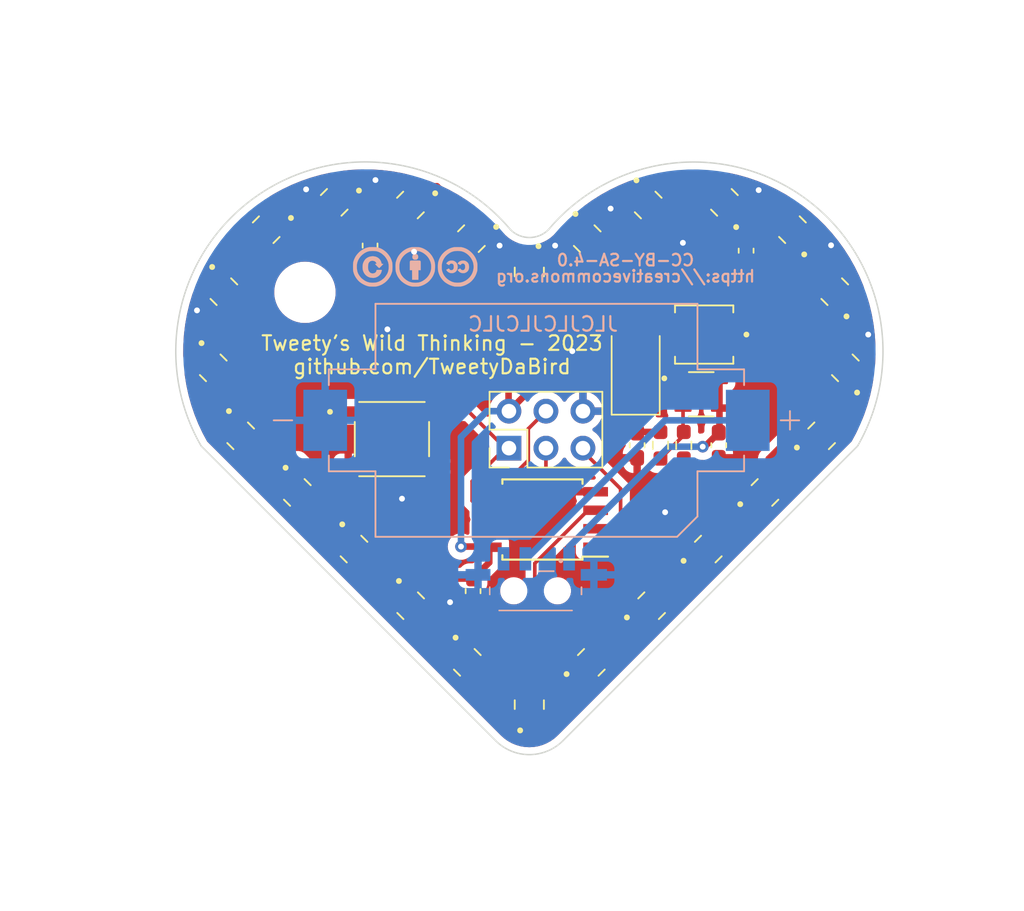
<source format=kicad_pcb>
(kicad_pcb (version 20211014) (generator pcbnew)
  (title_block (title "Blinky Heart") (date "2023-02-05") (rev "v1.0.0") (company "Tweety's Wild Thinking") (comment 1 "Markus Knutsson <markus.knutsson@tweety.se>") (comment 2 "Licensed under Creative Commons BY-SA 4.0 International "))
  (layers (0 "F.Cu" signal) (31 "B.Cu" signal) (34 "B.Paste" user) (35 "F.Paste" user) (36 "B.SilkS" user "B.Silkscreen") (37 "F.SilkS" user "F.Silkscreen") (38 "B.Mask" user) (39 "F.Mask" user) (44 "Edge.Cuts" user))
  (net 0 "")
  (net 2 "MISO")
  (net 3 "VCC")
  (net 4 "SCK")
  (net 5 "MOSI")
  (net 6 "RESET")
  (net 7 "GND")
  (net 8 "Net-(LED1-Pad1)")
  (net 9 "RGB")
  (net 10 "Net-(LED2-Pad1)")
  (net 11 "Net-(LED3-Pad1)")
  (net 12 "Net-(LED4-Pad1)")
  (net 13 "Net-(LED5-Pad1)")
  (net 14 "Net-(LED6-Pad1)")
  (net 15 "Net-(LED7-Pad1)")
  (net 16 "Net-(LED8-Pad1)")
  (net 17 "Net-(LED10-Pad3)")
  (net 18 "Net-(LED10-Pad1)")
  (net 19 "Net-(LED11-Pad1)")
  (net 20 "Net-(LED12-Pad1)")
  (net 21 "Net-(LED13-Pad1)")
  (net 22 "Net-(LED14-Pad1)")
  (net 23 "Net-(LED15-Pad1)")
  (net 24 "Net-(LED16-Pad1)")
  (net 25 "Net-(LED17-Pad1)")
  (net 26 "Net-(LED18-Pad1)")
  (net 27 "Net-(LED19-Pad1)")
  (net 28 "Net-(LED20-Pad1)")
  (net 29 "Net-(LED21-Pad1)")
  (net 30 "Net-(LED22-Pad1)")
  (net 31 "Net-(LED23-Pad1)")
  (net 33 "Net-(R1-Pad2)")
  (net 35 "/Bat+")
  (net 36 "/PWR")
  (net 37 "/PWR2")
  (footprint "WS2812-2020:LED_WS2812-2020" (layer "F.Cu") (at 134.659442 69.604344 -45)
    (fp_text reference "LED15" hide)
    (fp_text value "XL-2020RGBC-WS2812B")
    (pad "1" smd rect (at -0.915 -0.55 315) (size 0.7 0.7) (layers "F.Cu" "F.Paste" "F.Mask") (net 23 "Net-(LED15-Pad1)"))
    (pad "2" smd rect (at -0.915 0.55 315) (size 0.7 0.7) (layers "F.Cu" "F.Paste" "F.Mask") (net 7 "GND"))
    (pad "3" smd rect (at 0.915 0.55 135) (size 0.7 0.7) (layers "F.Cu" "F.Paste" "F.Mask") (net 22 "Net-(LED14-Pad1)"))
    (pad "4" smd rect (at 0.915 -0.55 135) (size 0.7 0.7) (layers "F.Cu" "F.Paste" "F.Mask") (net 3 "VCC"))
  )
  (footprint "Capacitor_SMD:C_0603_1608Metric_Pad1.08x0.95mm_HandSolder" (layer "F.Cu") (at 133.9 86.1 -90)
    (fp_text reference "C5" hide)
    (fp_text value "1uF")
    (pad "1" smd roundrect (at -0.8625 0 270) (size 1.075 0.95) (layers "F.Cu" "F.Paste" "F.Mask") (net 3 "VCC"))
    (pad "2" smd roundrect (at 0.8625 0 270) (size 1.075 0.95) (layers "F.Cu" "F.Paste" "F.Mask") (net 7 "GND"))
  )
  (footprint "WS2812-2020:LED_WS2812-2020" (layer "F.Cu") (at 122.244664 101.008852 -45)
    (fp_text reference "LED2" hide)
    (fp_text value "XL-2020RGBC-WS2812B")
    (pad "1" smd rect (at -0.915 -0.55 315) (size 0.7 0.7) (layers "F.Cu" "F.Paste" "F.Mask") (net 10 "Net-(LED2-Pad1)"))
    (pad "2" smd rect (at -0.915 0.55 315) (size 0.7 0.7) (layers "F.Cu" "F.Paste" "F.Mask") (net 7 "GND"))
    (pad "3" smd rect (at 0.915 0.55 135) (size 0.7 0.7) (layers "F.Cu" "F.Paste" "F.Mask") (net 8 "Net-(LED1-Pad1)"))
    (pad "4" smd rect (at 0.915 -0.55 135) (size 0.7 0.7) (layers "F.Cu" "F.Paste" "F.Mask") (net 3 "VCC"))
  )
  (footprint "WS2812-2020:LED_WS2812-2020" (layer "F.Cu") (at 144.560054 71.298928 135)
    (fp_text reference "LED17" hide)
    (fp_text value "XL-2020RGBC-WS2812B")
    (pad "1" smd rect (at -0.915 -0.55 135) (size 0.7 0.7) (layers "F.Cu" "F.Paste" "F.Mask") (net 25 "Net-(LED17-Pad1)"))
    (pad "2" smd rect (at -0.915 0.55 135) (size 0.7 0.7) (layers "F.Cu" "F.Paste" "F.Mask") (net 7 "GND"))
    (pad "3" smd rect (at 0.915 0.55 315) (size 0.7 0.7) (layers "F.Cu" "F.Paste" "F.Mask") (net 24 "Net-(LED16-Pad1)"))
    (pad "4" smd rect (at 0.915 -0.55 315) (size 0.7 0.7) (layers "F.Cu" "F.Paste" "F.Mask") (net 3 "VCC"))
  )
  (footprint "WS2812-2020:LED_WS2812-2020" (layer "F.Cu") (at 134.894423 97.119765 45)
    (fp_text reference "LED23" hide)
    (fp_text value "XL-2020RGBC-WS2812B")
    (pad "1" smd rect (at -0.915 -0.55 45) (size 0.7 0.7) (layers "F.Cu" "F.Paste" "F.Mask") (net 31 "Net-(LED23-Pad1)"))
    (pad "2" smd rect (at -0.915 0.55 45) (size 0.7 0.7) (layers "F.Cu" "F.Paste" "F.Mask") (net 7 "GND"))
    (pad "3" smd rect (at 0.915 0.55 225) (size 0.7 0.7) (layers "F.Cu" "F.Paste" "F.Mask") (net 30 "Net-(LED22-Pad1)"))
    (pad "4" smd rect (at 0.915 -0.55 225) (size 0.7 0.7) (layers "F.Cu" "F.Paste" "F.Mask") (net 3 "VCC"))
  )
  (footprint "Capacitor_SMD:C_0603_1608Metric_Pad1.08x0.95mm_HandSolder" (layer "F.Cu") (at 122.64 96.12 -90)
    (fp_text reference "C1" hide)
    (fp_text value "100nF")
    (pad "1" smd roundrect (at -0.8625 0 270) (size 1.075 0.95) (layers "F.Cu" "F.Paste" "F.Mask") (net 3 "VCC"))
    (pad "2" smd roundrect (at 0.8625 0 270) (size 1.075 0.95) (layers "F.Cu" "F.Paste" "F.Mask") (net 7 "GND"))
  )
  (footprint "Diode_SMD:D_SMA" (layer "F.Cu") (at 133.8 80.6 90)
    (fp_text reference "D1" hide)
    (fp_text value "1N5819")
    (pad "1" smd rect (at -2 0 90) (size 2.5 1.8) (layers "F.Cu" "F.Paste" "F.Mask") (net 3 "VCC"))
    (pad "2" smd rect (at 2 0 90) (size 2.5 1.8) (layers "F.Cu" "F.Paste" "F.Mask") (net 37 "/PWR2"))
  )
  (footprint "AP3012KTR-G1:SOT95P280X145-5N" (layer "F.Cu") (at 138.3 82.6)
    (fp_text reference "U3" hide)
    (fp_text value "AP3012KTR-G1")
    (pad "1" smd roundrect locked (at -1.25 -0.95 270) (size 0.51 1.17) (layers "F.Cu" "F.Paste" "F.Mask") (roundrect_rratio 0.15) (net 37 "/PWR2"))
    (pad "2" smd roundrect locked (at -1.25 0 270) (size 0.51 1.17) (layers "F.Cu" "F.Paste" "F.Mask") (roundrect_rratio 0.15) (net 7 "GND"))
    (pad "3" smd roundrect locked (at -1.25 0.95 270) (size 0.51 1.17) (layers "F.Cu" "F.Paste" "F.Mask") (roundrect_rratio 0.15) (net 33 "Net-(R1-Pad2)"))
    (pad "4" smd roundrect locked (at 1.25 0.95 270) (size 0.51 1.17) (layers "F.Cu" "F.Paste" "F.Mask") (roundrect_rratio 0.15) (net 36 "/PWR"))
    (pad "5" smd roundrect locked (at 1.25 -0.95 270) (size 0.51 1.17) (layers "F.Cu" "F.Paste" "F.Mask") (roundrect_rratio 0.15) (net 36 "/PWR"))
  )
  (footprint "WS2812-2020:LED_WS2812-2020" (layer "F.Cu") (at 130.754664 101.008852 45)
    (fp_text reference "LED24" hide)
    (fp_text value "XL-2020RGBC-WS2812B")
    (pad "1" smd rect (at -0.915 -0.55 45) (size 0.7 0.7) (layers "F.Cu" "F.Paste" "F.Mask"))
    (pad "2" smd rect (at -0.915 0.55 45) (size 0.7 0.7) (layers "F.Cu" "F.Paste" "F.Mask") (net 7 "GND"))
    (pad "3" smd rect (at 0.915 0.55 225) (size 0.7 0.7) (layers "F.Cu" "F.Paste" "F.Mask") (net 31 "Net-(LED23-Pad1)"))
    (pad "4" smd rect (at 0.915 -0.55 225) (size 0.7 0.7) (layers "F.Cu" "F.Paste" "F.Mask") (net 3 "VCC"))
  )
  (footprint "Package_SO:SOIC-8W_5.3x5.3mm_P1.27mm" (layer "F.Cu") (at 127.4 91.2 180)
    (fp_text reference "U1" hide)
    (fp_text value "ATTINY85-20SU")
    (pad "1" smd rect (at -3.65 -1.905 180) (size 1.7 0.65) (layers "F.Cu" "F.Paste" "F.Mask") (net 6 "RESET"))
    (pad "2" smd rect (at -3.65 -0.635 180) (size 1.7 0.65) (layers "F.Cu" "F.Paste" "F.Mask"))
    (pad "3" smd rect (at -3.65 0.635 180) (size 1.7 0.65) (layers "F.Cu" "F.Paste" "F.Mask") (net 9 "RGB"))
    (pad "4" smd rect (at -3.65 1.905 180) (size 1.7 0.65) (layers "F.Cu" "F.Paste" "F.Mask") (net 7 "GND"))
    (pad "5" smd rect (at 3.65 1.905 180) (size 1.7 0.65) (layers "F.Cu" "F.Paste" "F.Mask") (net 5 "MOSI"))
    (pad "6" smd rect (at 3.65 0.635 180) (size 1.7 0.65) (layers "F.Cu" "F.Paste" "F.Mask") (net 2 "MISO"))
    (pad "7" smd rect (at 3.65 -0.635 180) (size 1.7 0.65) (layers "F.Cu" "F.Paste" "F.Mask") (net 4 "SCK"))
    (pad "8" smd rect (at 3.65 -1.905 180) (size 1.7 0.65) (layers "F.Cu" "F.Paste" "F.Mask") (net 3 "VCC"))
  )
  (footprint "WS2812-2020:LED_WS2812-2020" (layer "F.Cu") (at 148.189047 80.784876 135)
    (fp_text reference "LED19" hide)
    (fp_text value "XL-2020RGBC-WS2812B")
    (pad "1" smd rect (at -0.915 -0.55 135) (size 0.7 0.7) (layers "F.Cu" "F.Paste" "F.Mask") (net 27 "Net-(LED19-Pad1)"))
    (pad "2" smd rect (at -0.915 0.55 135) (size 0.7 0.7) (layers "F.Cu" "F.Paste" "F.Mask") (net 7 "GND"))
    (pad "3" smd rect (at 0.915 0.55 315) (size 0.7 0.7) (layers "F.Cu" "F.Paste" "F.Mask") (net 26 "Net-(LED18-Pad1)"))
    (pad "4" smd rect (at 0.915 -0.55 315) (size 0.7 0.7) (layers "F.Cu" "F.Paste" "F.Mask") (net 3 "VCC"))
  )
  (footprint "MountingHole:MountingHole_3.2mm_M3" (layer "F.Cu") (at 111.1 75.6)
    (fp_text reference "H1" hide)
    (fp_text value "MountingHole")
    (pad "" np_thru_hole circle (at 0 0) (size 3.2 3.2) (drill 3.2) (layers *.Cu *.Mask))
  )
  (footprint "WS2812-2020:LED_WS2812-2020" (layer "F.Cu") (at 146.561684 85.452504 45)
    (fp_text reference "LED20" hide)
    (fp_text value "XL-2020RGBC-WS2812B")
    (pad "1" smd rect (at -0.915 -0.55 45) (size 0.7 0.7) (layers "F.Cu" "F.Paste" "F.Mask") (net 28 "Net-(LED20-Pad1)"))
    (pad "2" smd rect (at -0.915 0.55 45) (size 0.7 0.7) (layers "F.Cu" "F.Paste" "F.Mask") (net 7 "GND"))
    (pad "3" smd rect (at 0.915 0.55 225) (size 0.7 0.7) (layers "F.Cu" "F.Paste" "F.Mask") (net 27 "Net-(LED19-Pad1)"))
    (pad "4" smd rect (at 0.915 -0.55 225) (size 0.7 0.7) (layers "F.Cu" "F.Paste" "F.Mask") (net 3 "VCC"))
  )
  (footprint "WS2812-2020:LED_WS2812-2020" (layer "F.Cu") (at 118.355577 97.119765 -45)
    (fp_text reference "LED3" hide)
    (fp_text value "XL-2020RGBC-WS2812B")
    (pad "1" smd rect (at -0.915 -0.55 315) (size 0.7 0.7) (layers "F.Cu" "F.Paste" "F.Mask") (net 11 "Net-(LED3-Pad1)"))
    (pad "2" smd rect (at -0.915 0.55 315) (size 0.7 0.7) (layers "F.Cu" "F.Paste" "F.Mask") (net 7 "GND"))
    (pad "3" smd rect (at 0.915 0.55 135) (size 0.7 0.7) (layers "F.Cu" "F.Paste" "F.Mask") (net 10 "Net-(LED2-Pad1)"))
    (pad "4" smd rect (at 0.915 -0.55 135) (size 0.7 0.7) (layers "F.Cu" "F.Paste" "F.Mask") (net 3 "VCC"))
  )
  (footprint "WS2812-2020:LED_WS2812-2020" (layer "F.Cu") (at 139.890254 69.42168 135)
    (fp_text reference "LED16" hide)
    (fp_text value "XL-2020RGBC-WS2812B")
    (pad "1" smd rect (at -0.915 -0.55 135) (size 0.7 0.7) (layers "F.Cu" "F.Paste" "F.Mask") (net 24 "Net-(LED16-Pad1)"))
    (pad "2" smd rect (at -0.915 0.55 135) (size 0.7 0.7) (layers "F.Cu" "F.Paste" "F.Mask") (net 7 "GND"))
    (pad "3" smd rect (at 0.915 0.55 315) (size 0.7 0.7) (layers "F.Cu" "F.Paste" "F.Mask") (net 23 "Net-(LED15-Pad1)"))
    (pad "4" smd rect (at 0.915 -0.55 315) (size 0.7 0.7) (layers "F.Cu" "F.Paste" "F.Mask") (net 3 "VCC"))
  )
  (footprint "Capacitor_SMD:C_0603_1608Metric_Pad1.08x0.95mm_HandSolder" (layer "F.Cu") (at 141.38 72.74 -90)
    (fp_text reference "C3" hide)
    (fp_text value "100nF")
    (pad "1" smd roundrect (at -0.8625 0 270) (size 1.075 0.95) (layers "F.Cu" "F.Paste" "F.Mask") (net 3 "VCC"))
    (pad "2" smd roundrect (at 0.8625 0 270) (size 1.075 0.95) (layers "F.Cu" "F.Paste" "F.Mask") (net 7 "GND"))
  )
  (footprint "WS2812-2020:LED_WS2812-2020" (layer "F.Cu") (at 130.474722 71.914434 -45)
    (fp_text reference "LED14" hide)
    (fp_text value "XL-2020RGBC-WS2812B")
    (pad "1" smd rect (at -0.915 -0.55 315) (size 0.7 0.7) (layers "F.Cu" "F.Paste" "F.Mask") (net 22 "Net-(LED14-Pad1)"))
    (pad "2" smd rect (at -0.915 0.55 315) (size 0.7 0.7) (layers "F.Cu" "F.Paste" "F.Mask") (net 7 "GND"))
    (pad "3" smd rect (at 0.915 0.55 135) (size 0.7 0.7) (layers "F.Cu" "F.Paste" "F.Mask") (net 21 "Net-(LED13-Pad1)"))
    (pad "4" smd rect (at 0.915 -0.55 135) (size 0.7 0.7) (layers "F.Cu" "F.Paste" "F.Mask") (net 3 "VCC"))
  )
  (footprint "Capacitor_SMD:C_0603_1608Metric_Pad1.08x0.95mm_HandSolder" (layer "F.Cu") (at 115.57 72.39 -90)
    (fp_text reference "C2" hide)
    (fp_text value "100nF")
    (pad "1" smd roundrect (at -0.8625 0 270) (size 1.075 0.95) (layers "F.Cu" "F.Paste" "F.Mask") (net 3 "VCC"))
    (pad "2" smd roundrect (at 0.8625 0 270) (size 1.075 0.95) (layers "F.Cu" "F.Paste" "F.Mask") (net 7 "GND"))
  )
  (footprint "WS2812-2020:LED_WS2812-2020" (layer "F.Cu") (at 122.525568 71.913199 -135)
    (fp_text reference "LED12" hide)
    (fp_text value "XL-2020RGBC-WS2812B")
    (pad "1" smd rect (at -0.915 -0.55 225) (size 0.7 0.7) (layers "F.Cu" "F.Paste" "F.Mask") (net 20 "Net-(LED12-Pad1)"))
    (pad "2" smd rect (at -0.915 0.55 225) (size 0.7 0.7) (layers "F.Cu" "F.Paste" "F.Mask") (net 7 "GND"))
    (pad "3" smd rect (at 0.915 0.55 45) (size 0.7 0.7) (layers "F.Cu" "F.Paste" "F.Mask") (net 19 "Net-(LED11-Pad1)"))
    (pad "4" smd rect (at 0.915 -0.55 45) (size 0.7 0.7) (layers "F.Cu" "F.Paste" "F.Mask") (net 3 "VCC"))
  )
  (footprint "WS2812-2020:LED_WS2812-2020" (layer "F.Cu") (at 138.78351 93.230678 45)
    (fp_text reference "LED22" hide)
    (fp_text value "XL-2020RGBC-WS2812B")
    (pad "1" smd rect (at -0.915 -0.55 45) (size 0.7 0.7) (layers "F.Cu" "F.Paste" "F.Mask") (net 30 "Net-(LED22-Pad1)"))
    (pad "2" smd rect (at -0.915 0.55 45) (size 0.7 0.7) (layers "F.Cu" "F.Paste" "F.Mask") (net 7 "GND"))
    (pad "3" smd rect (at 0.915 0.55 225) (size 0.7 0.7) (layers "F.Cu" "F.Paste" "F.Mask") (net 29 "Net-(LED21-Pad1)"))
    (pad "4" smd rect (at 0.915 -0.55 225) (size 0.7 0.7) (layers "F.Cu" "F.Paste" "F.Mask") (net 3 "VCC"))
  )
  (footprint "FDSD0420-H-100M_P3:IND_FDSD0420-H-100M=P3" (layer "F.Cu") (at 138.5 78.5 180)
    (fp_text reference "L1" hide)
    (fp_text value "10uF")
    (pad "1" smd rect (at -1.6 0 180) (size 1.4 2.4) (layers "F.Cu" "F.Paste" "F.Mask") (net 36 "/PWR"))
    (pad "2" smd rect (at 1.6 0 180) (size 1.4 2.4) (layers "F.Cu" "F.Paste" "F.Mask") (net 37 "/PWR2"))
  )
  (footprint "WS2812-2020:LED_WS2812-2020" (layer "F.Cu") (at 142.672597 89.341591 45)
    (fp_text reference "LED21" hide)
    (fp_text value "XL-2020RGBC-WS2812B")
    (pad "1" smd rect (at -0.915 -0.55 45) (size 0.7 0.7) (layers "F.Cu" "F.Paste" "F.Mask") (net 29 "Net-(LED21-Pad1)"))
    (pad "2" smd rect (at -0.915 0.55 45) (size 0.7 0.7) (layers "F.Cu" "F.Paste" "F.Mask") (net 7 "GND"))
    (pad "3" smd rect (at 0.915 0.55 225) (size 0.7 0.7) (layers "F.Cu" "F.Paste" "F.Mask") (net 28 "Net-(LED20-Pad1)"))
    (pad "4" smd rect (at 0.915 -0.55 225) (size 0.7 0.7) (layers "F.Cu" "F.Paste" "F.Mask") (net 3 "VCC"))
  )
  (footprint "WS2812-2020:LED_WS2812-2020" (layer "F.Cu") (at 147.46334 75.554986 135)
    (fp_text reference "LED18" hide)
    (fp_text value "XL-2020RGBC-WS2812B")
    (pad "1" smd rect (at -0.915 -0.55 135) (size 0.7 0.7) (layers "F.Cu" "F.Paste" "F.Mask") (net 26 "Net-(LED18-Pad1)"))
    (pad "2" smd rect (at -0.915 0.55 135) (size 0.7 0.7) (layers "F.Cu" "F.Paste" "F.Mask") (net 7 "GND"))
    (pad "3" smd rect (at 0.915 0.55 315) (size 0.7 0.7) (layers "F.Cu" "F.Paste" "F.Mask") (net 25 "Net-(LED17-Pad1)"))
    (pad "4" smd rect (at 0.915 -0.55 315) (size 0.7 0.7) (layers "F.Cu" "F.Paste" "F.Mask") (net 3 "VCC"))
  )
  (footprint "Capacitor_SMD:C_0603_1608Metric_Pad1.08x0.95mm_HandSolder" (layer "F.Cu") (at 139.5 86.1 -90)
    (fp_text reference "C4" hide)
    (fp_text value "1uF")
    (pad "1" smd roundrect (at -0.8625 0 270) (size 1.075 0.95) (layers "F.Cu" "F.Paste" "F.Mask") (net 36 "/PWR"))
    (pad "2" smd roundrect (at 0.8625 0 270) (size 1.075 0.95) (layers "F.Cu" "F.Paste" "F.Mask") (net 7 "GND"))
  )
  (footprint "WS2812-2020:LED_WS2812-2020" (layer "F.Cu") (at 118.340514 69.604456 -135)
    (fp_text reference "LED11" hide)
    (fp_text value "XL-2020RGBC-WS2812B")
    (pad "1" smd rect (at -0.915 -0.55 225) (size 0.7 0.7) (layers "F.Cu" "F.Paste" "F.Mask") (net 19 "Net-(LED11-Pad1)"))
    (pad "2" smd rect (at -0.915 0.55 225) (size 0.7 0.7) (layers "F.Cu" "F.Paste" "F.Mask") (net 7 "GND"))
    (pad "3" smd rect (at 0.915 0.55 45) (size 0.7 0.7) (layers "F.Cu" "F.Paste" "F.Mask") (net 18 "Net-(LED10-Pad1)"))
    (pad "4" smd rect (at 0.915 -0.55 45) (size 0.7 0.7) (layers "F.Cu" "F.Paste" "F.Mask") (net 3 "VCC"))
  )
  (footprint "WS2812-2020:LED_WS2812-2020" (layer "F.Cu") (at 110.577403 89.341591 -45)
    (fp_text reference "LED5" hide)
    (fp_text value "XL-2020RGBC-WS2812B")
    (pad "1" smd rect (at -0.915 -0.55 315) (size 0.7 0.7) (layers "F.Cu" "F.Paste" "F.Mask") (net 13 "Net-(LED5-Pad1)"))
    (pad "2" smd rect (at -0.915 0.55 315) (size 0.7 0.7) (layers "F.Cu" "F.Paste" "F.Mask") (net 7 "GND"))
    (pad "3" smd rect (at 0.915 0.55 135) (size 0.7 0.7) (layers "F.Cu" "F.Paste" "F.Mask") (net 12 "Net-(LED4-Pad1)"))
    (pad "4" smd rect (at 0.915 -0.55 135) (size 0.7 0.7) (layers "F.Cu" "F.Paste" "F.Mask") (net 3 "VCC"))
  )
  (footprint "WS2812-2020:LED_WS2812-2020" (layer "F.Cu") (at 104.807205 80.784195 -45)
    (fp_text reference "LED7" hide)
    (fp_text value "XL-2020RGBC-WS2812B")
    (pad "1" smd rect (at -0.915 -0.55 315) (size 0.7 0.7) (layers "F.Cu" "F.Paste" "F.Mask") (net 15 "Net-(LED7-Pad1)"))
    (pad "2" smd rect (at -0.915 0.55 315) (size 0.7 0.7) (layers "F.Cu" "F.Paste" "F.Mask") (net 7 "GND"))
    (pad "3" smd rect (at 0.915 0.55 135) (size 0.7 0.7) (layers "F.Cu" "F.Paste" "F.Mask") (net 14 "Net-(LED6-Pad1)"))
    (pad "4" smd rect (at 0.915 -0.55 135) (size 0.7 0.7) (layers "F.Cu" "F.Paste" "F.Mask") (net 3 "VCC"))
  )
  (footprint "WS2812-2020:LED_WS2812-2020" (layer "F.Cu") (at 126.5 103.913522 90)
    (fp_text reference "LED1" hide)
    (fp_text value "XL-2020RGBC-WS2812B")
    (pad "1" smd rect (at -0.915 -0.55 90) (size 0.7 0.7) (layers "F.Cu" "F.Paste" "F.Mask") (net 8 "Net-(LED1-Pad1)"))
    (pad "2" smd rect (at -0.915 0.55 90) (size 0.7 0.7) (layers "F.Cu" "F.Paste" "F.Mask") (net 7 "GND"))
    (pad "3" smd rect (at 0.915 0.55 270) (size 0.7 0.7) (layers "F.Cu" "F.Paste" "F.Mask") (net 9 "RGB"))
    (pad "4" smd rect (at 0.915 -0.55 270) (size 0.7 0.7) (layers "F.Cu" "F.Paste" "F.Mask") (net 3 "VCC"))
  )
  (footprint "Resistor_SMD:R_0603_1608Metric_Pad0.98x0.95mm_HandSolder" (layer "F.Cu") (at 137.1 86.1 -90)
    (fp_text reference "R2" hide)
    (fp_text value "5K")
    (pad "1" smd roundrect (at -0.9125 0 270) (size 0.975 0.95) (layers "F.Cu" "F.Paste" "F.Mask") (net 33 "Net-(R1-Pad2)"))
    (pad "2" smd roundrect (at 0.9125 0 270) (size 0.975 0.95) (layers "F.Cu" "F.Paste" "F.Mask") (net 7 "GND"))
  )
  (footprint "TS-1187A:SW_TS-1187A-B-A-B" (layer "F.Cu") (at 117.07 85.68)
    (fp_text reference "S1" hide)
    (fp_text value "TS-1187A-B-A-B")
    (pad "A" smd rect (at -3 -1.875) (size 1 0.75) (layers "F.Cu" "F.Paste" "F.Mask") (net 2 "MISO"))
    (pad "B" smd rect (at 3 -1.875) (size 1 0.75) (layers "F.Cu" "F.Paste" "F.Mask") (net 2 "MISO"))
    (pad "C" smd rect (at -3 1.875) (size 1 0.75) (layers "F.Cu" "F.Paste" "F.Mask") (net 7 "GND"))
    (pad "D" smd rect (at 3 1.875) (size 1 0.75) (layers "F.Cu" "F.Paste" "F.Mask") (net 7 "GND"))
  )
  (footprint "Resistor_SMD:R_0603_1608Metric_Pad0.98x0.95mm_HandSolder" (layer "F.Cu") (at 135.5 86.1 -90)
    (fp_text reference "R1" hide)
    (fp_text value "10K")
    (pad "1" smd roundrect (at -0.9125 0 270) (size 0.975 0.95) (layers "F.Cu" "F.Paste" "F.Mask") (net 3 "VCC"))
    (pad "2" smd roundrect (at 0.9125 0 270) (size 0.975 0.95) (layers "F.Cu" "F.Paste" "F.Mask") (net 33 "Net-(R1-Pad2)"))
  )
  (footprint "Connector_PinHeader_2.54mm:PinHeader_2x03_P2.54mm_Vertical" (layer "F.Cu") (at 125.1 86.3 90)
    (fp_text reference "J1" hide)
    (fp_text value "AVR-ISP-6")
    (pad "1" thru_hole rect (at 0 0 90) (size 1.7 1.7) (drill 1) (layers *.Cu *.Mask) (net 2 "MISO"))
    (pad "2" thru_hole oval (at 2.54 0 90) (size 1.7 1.7) (drill 1) (layers *.Cu *.Mask) (net 3 "VCC"))
    (pad "3" thru_hole oval (at 0 2.54 90) (size 1.7 1.7) (drill 1) (layers *.Cu *.Mask) (net 4 "SCK"))
    (pad "4" thru_hole oval (at 2.54 2.54 90) (size 1.7 1.7) (drill 1) (layers *.Cu *.Mask) (net 5 "MOSI"))
    (pad "5" thru_hole oval (at 0 5.08 90) (size 1.7 1.7) (drill 1) (layers *.Cu *.Mask) (net 6 "RESET"))
    (pad "6" thru_hole oval (at 2.54 5.08 90) (size 1.7 1.7) (drill 1) (layers *.Cu *.Mask) (net 7 "GND"))
  )
  (footprint "WS2812-2020:LED_WS2812-2020" (layer "F.Cu") (at 106.688316 85.452504 -45)
    (fp_text reference "LED6" hide)
    (fp_text value "XL-2020RGBC-WS2812B")
    (pad "1" smd rect (at -0.915 -0.55 315) (size 0.7 0.7) (layers "F.Cu" "F.Paste" "F.Mask") (net 14 "Net-(LED6-Pad1)"))
    (pad "2" smd rect (at -0.915 0.55 315) (size 0.7 0.7) (layers "F.Cu" "F.Paste" "F.Mask") (net 7 "GND"))
    (pad "3" smd rect (at 0.915 0.55 135) (size 0.7 0.7) (layers "F.Cu" "F.Paste" "F.Mask") (net 13 "Net-(LED5-Pad1)"))
    (pad "4" smd rect (at 0.915 -0.55 135) (size 0.7 0.7) (layers "F.Cu" "F.Paste" "F.Mask") (net 3 "VCC"))
  )
  (footprint "WS2812-2020:LED_WS2812-2020" (layer "F.Cu") (at 113.109541 69.418677 -135)
    (fp_text reference "LED10" hide)
    (fp_text value "XL-2020RGBC-WS2812B")
    (pad "1" smd rect (at -0.915 -0.55 225) (size 0.7 0.7) (layers "F.Cu" "F.Paste" "F.Mask") (net 18 "Net-(LED10-Pad1)"))
    (pad "2" smd rect (at -0.915 0.55 225) (size 0.7 0.7) (layers "F.Cu" "F.Paste" "F.Mask") (net 7 "GND"))
    (pad "3" smd rect (at 0.915 0.55 45) (size 0.7 0.7) (layers "F.Cu" "F.Paste" "F.Mask") (net 17 "Net-(LED10-Pad3)"))
    (pad "4" smd rect (at 0.915 -0.55 45) (size 0.7 0.7) (layers "F.Cu" "F.Paste" "F.Mask") (net 3 "VCC"))
  )
  (footprint "WS2812-2020:LED_WS2812-2020" (layer "F.Cu") (at 105.536562 75.555124 -45)
    (fp_text reference "LED8" hide)
    (fp_text value "XL-2020RGBC-WS2812B")
    (pad "1" smd rect (at -0.915 -0.55 315) (size 0.7 0.7) (layers "F.Cu" "F.Paste" "F.Mask") (net 16 "Net-(LED8-Pad1)"))
    (pad "2" smd rect (at -0.915 0.55 315) (size 0.7 0.7) (layers "F.Cu" "F.Paste" "F.Mask") (net 7 "GND"))
    (pad "3" smd rect (at 0.915 0.55 135) (size 0.7 0.7) (layers "F.Cu" "F.Paste" "F.Mask") (net 15 "Net-(LED7-Pad1)"))
    (pad "4" smd rect (at 0.915 -0.55 135) (size 0.7 0.7) (layers "F.Cu" "F.Paste" "F.Mask") (net 3 "VCC"))
  )
  (footprint "WS2812-2020:LED_WS2812-2020" (layer "F.Cu") (at 114.46649 93.230678 -45)
    (fp_text reference "LED4" hide)
    (fp_text value "XL-2020RGBC-WS2812B")
    (pad "1" smd rect (at -0.915 -0.55 315) (size 0.7 0.7) (layers "F.Cu" "F.Paste" "F.Mask") (net 12 "Net-(LED4-Pad1)"))
    (pad "2" smd rect (at -0.915 0.55 315) (size 0.7 0.7) (layers "F.Cu" "F.Paste" "F.Mask") (net 7 "GND"))
    (pad "3" smd rect (at 0.915 0.55 135) (size 0.7 0.7) (layers "F.Cu" "F.Paste" "F.Mask") (net 11 "Net-(LED3-Pad1)"))
    (pad "4" smd rect (at 0.915 -0.55 135) (size 0.7 0.7) (layers "F.Cu" "F.Paste" "F.Mask") (net 3 "VCC"))
  )
  (footprint "WS2812-2020:LED_WS2812-2020" (layer "F.Cu") (at 126.5 74.2 -90)
    (fp_text reference "LED13" hide)
    (fp_text value "XL-2020RGBC-WS2812B")
    (pad "1" smd rect (at -0.915 -0.55 270) (size 0.7 0.7) (layers "F.Cu" "F.Paste" "F.Mask") (net 21 "Net-(LED13-Pad1)"))
    (pad "2" smd rect (at -0.915 0.55 270) (size 0.7 0.7) (layers "F.Cu" "F.Paste" "F.Mask") (net 7 "GND"))
    (pad "3" smd rect (at 0.915 0.55 90) (size 0.7 0.7) (layers "F.Cu" "F.Paste" "F.Mask") (net 20 "Net-(LED12-Pad1)"))
    (pad "4" smd rect (at 0.915 -0.55 90) (size 0.7 0.7) (layers "F.Cu" "F.Paste" "F.Mask") (net 3 "VCC"))
  )
  (footprint "WS2812-2020:LED_WS2812-2020" (layer "F.Cu") (at 108.441232 71.299788 -135)
    (fp_text reference "LED9" hide)
    (fp_text value "XL-2020RGBC-WS2812B")
    (pad "1" smd rect (at -0.915 -0.55 225) (size 0.7 0.7) (layers "F.Cu" "F.Paste" "F.Mask") (net 17 "Net-(LED10-Pad3)"))
    (pad "2" smd rect (at -0.915 0.55 225) (size 0.7 0.7) (layers "F.Cu" "F.Paste" "F.Mask") (net 7 "GND"))
    (pad "3" smd rect (at 0.915 0.55 45) (size 0.7 0.7) (layers "F.Cu" "F.Paste" "F.Mask") (net 16 "Net-(LED8-Pad1)"))
    (pad "4" smd rect (at 0.915 -0.55 45) (size 0.7 0.7) (layers "F.Cu" "F.Paste" "F.Mask") (net 3 "VCC"))
  )
  (footprint "CR2032-BS-6-1:BAT_CR2032-BS-6-1" (layer "B.Cu") (at 126.99 84.39 180)
    (fp_text reference "BT1" hide)
    (fp_text value "CR2032-BS-6-1")
    (pad "1" smd rect (at -14.5 0 180) (size 3 4.2) (layers "B.Cu" "B.Paste" "B.Mask") (net 35 "/Bat+"))
    (pad "2" smd rect (at 14.5 0 180) (size 3 4.2) (layers "B.Cu" "B.Paste" "B.Mask") (net 7 "GND"))
  )
  (footprint "Keyboard Common:MSK12C02" (layer "B.Cu") (at 126.93 96.1 180)
    (fp_text reference "SW1" hide)
    (fp_text value "MSK12C02" hide)
    (pad "" np_thru_hole circle (at 1.5 0 180) (size 0.85 0.85) (drill 0.85) (layers *.Cu *.Mask))
    (pad "" np_thru_hole circle (at -1.5 0 180) (size 0.85 0.85) (drill 0.85) (layers *.Cu *.Mask))
    (pad "A1" smd rect (at -2.3 2.2 180) (size 0.8 1.6) (layers "B.Cu" "B.Paste" "B.Mask") (net 36 "/PWR"))
    (pad "B1" smd rect (at 0.7 2.2 180) (size 0.8 1.6) (layers "B.Cu" "B.Paste" "B.Mask") (net 35 "/Bat+"))
    (pad "C1" smd rect (at 2.2 2.2 180) (size 0.8 1.6) (layers "B.Cu" "B.Paste" "B.Mask"))
    (pad "MP" smd rect (at 3.95 -1.1 90) (size 0.8 1.7) (layers "B.Cu" "B.Paste" "B.Mask") (net 7 "GND"))
    (pad "MP" smd rect (at 3.95 1.1 90) (size 0.8 1.7) (layers "B.Cu" "B.Paste" "B.Mask") (net 7 "GND"))
    (pad "MP" smd rect (at -4 1.1 90) (size 0.8 1.8) (layers "B.Cu" "B.Paste" "B.Mask") (net 7 "GND"))
    (pad "MP" smd rect (at -4 -1.1 90) (size 0.8 1.8) (layers "B.Cu" "B.Paste" "B.Mask") (net 7 "GND"))
  )
  (footprint "Logotypes:CC_BY_SA_40" (layer "B.Cu") (at 118.630304 74.776725 180)
    (fp_text reference "Logo1")
    (fp_text value "CC-BY-SA-4.0" (at -14.469696 1.386725) (layer "B.SilkS") (effects (font (size 0.8 0.8)) (justify mirror)))
    (fp_text user "https://creativecommons.org" (at -14.469696 0.276725) (layer "B.SilkS") (effects (font (size 0.8 0.8)) (justify mirror)))
  )
  (gr_arc (start 127.81 71.3) (mid 126.51 71.835292) (end 125.21 71.3) (layer "Edge.Cuts") (width 0.1))
  (gr_arc (start 128.8 106.4) (mid 126.5 107.346818) (end 124.2 106.4) (layer "Edge.Cuts") (width 0.1))
  (gr_arc (start 127.81 71.3) (mid 145.227178 69.000084) (end 149.031829 86.151538) (layer "Edge.Cuts") (width 0.1))
  (gr_line (start 103.977197 86.151538) (end 124.2 106.4) (layer "Edge.Cuts") (width 0.1))
  (gr_arc (start 103.977197 86.151538) (mid 107.785561 68.992518) (end 125.21 71.3) (layer "Edge.Cuts") (width 0.1))
  (gr_line (start 149.031829 86.151538) (end 128.8 106.4) (layer "Edge.Cuts") (width 0.1))
  (gr_text "JLCJLCJLCJLC" (at 127.44 77.78) (layer "B.SilkS") (effects (font (size 1 1)) (justify mirror)))
  (gr_text "Tweety's Wild Thinking - 2023\ngithub.com/TweetyDaBird\n" (at 119.82 79.9) (layer "F.SilkS") (effects (font (size 1 1))))
  (segment (start 120.07 83.805) (end 122.35 83.805) (width 0.25) (layer "F.Cu") (net 2))
  (segment (start 122.35 83.805) (end 124.845 86.3) (width 0.25) (layer "F.Cu") (net 2))
  (segment (start 122.575 89.915) (end 123.225 90.565) (width 0.25) (layer "F.Cu") (net 2))
  (segment (start 114.07 83.805) (end 120.07 83.805) (width 0.25) (layer "F.Cu") (net 2))
  (segment (start 122.575 88.575) (end 122.575 89.915) (width 0.25) (layer "F.Cu") (net 2))
  (segment (start 124.85 86.3) (end 122.575 88.575) (width 0.25) (layer "F.Cu") (net 2))
  (segment (start 143.524143 71.040834) (end 143.524143 72.424143) (width 0.45) (layer "F.Cu") (net 3))
  (segment (start 131.317059 99.972941) (end 131.012758 99.972941) (width 0.45) (layer "F.Cu") (net 3))
  (segment (start 120.105476 95.2575) (end 119.391488 95.971488) (width 0.45) (layer "F.Cu") (net 3))
  (segment (start 134.752472 72.172528) (end 135.89 71.035) (width 0.45) (layer "F.Cu") (net 3))
  (segment (start 141.38 71.8775) (end 142.216666 71.040834) (width 0.45) (layer "F.Cu") (net 3))
  (segment (start 132.5 81.3) (end 127.56 81.3) (width 0.45) (layer "F.Cu") (net 3))
  (segment (start 114.930355 70.887855) (end 115.57 71.5275) (width 0.45) (layer "F.Cu") (net 3))
  (segment (start 108.183138 72.335699) (end 106.572473 73.946364) (width 0.45) (layer "F.Cu") (net 3))
  (segment (start 127.05 75.115) (end 127.05 75.915) (width 0.45) (layer "F.Cu") (net 3))
  (segment (start 122.64 95.2575) (end 120.105476 95.2575) (width 0.45) (layer "F.Cu") (net 3))
  (segment (start 111.613314 88.243314) (end 111.613314 89.599685) (width 0.45) (layer "F.Cu") (net 3))
  (segment (start 122.267474 72.94911) (end 122.019986 73.196598) (width 0.45) (layer "F.Cu") (net 3))
  (segment (start 126.44 76.525) (end 125.075 76.525) (width 0.45) (layer "F.Cu") (net 3))
  (segment (start 141.38 71.8775) (end 140.0275 71.8775) (width 0.45) (layer "F.Cu") (net 3))
  (segment (start 116.209645 70.887855) (end 115.57 71.5275) (width 0.45) (layer "F.Cu") (net 3))
  (segment (start 138.155491 69.862438) (end 138.854343 69.163586) (width 0.45) (layer "F.Cu") (net 3))
  (segment (start 135.5 85.1875) (end 133.95 85.1875) (width 0.45) (layer "F.Cu") (net 3))
  (segment (start 105.843116 81.042289) (end 107.47 82.669173) (width 0.45) (layer "F.Cu") (net 3))
  (segment (start 146.819778 84.416593) (end 147.2 84.036371) (width 0.45) (layer "F.Cu") (net 3))
  (segment (start 146.96 80.333646) (end 146.96 78.03) (width 0.45) (layer "F.Cu") (net 3))
  (segment (start 109.243629 87.23) (end 110.6 87.23) (width 0.45) (layer "F.Cu") (net 3))
  (segment (start 123.280575 99.980575) (end 123.280575 101.266946) (width 0.45) (layer "F.Cu") (net 3))
  (segment (start 139.041604 92.194767) (end 140.2 91.036371) (width 0.45) (layer "F.Cu") (net 3))
  (segment (start 146.96 78.03) (end 146.427429 77.497429) (width 0.45) (layer "F.Cu") (net 3))
  (segment (start 122.267474 73.717474) (end 125.075 76.525) (width 0.45) (layer "F.Cu") (net 3))
  (segment (start 140.2 89.79) (end 141.68432 88.30568) (width 0.45) (layer "F.Cu") (net 3))
  (segment (start 133.846146 96.083854) (end 132.68 97.25) (width 0.45) (layer "F.Cu") (net 3))
  (segment (start 107.47 82.669173) (end 107.47 85.456371) (width 0.45) (layer "F.Cu") (net 3))
  (segment (start 106.819961 76.060706) (end 106.819961 77.190039) (width 0.45) (layer "F.Cu") (net 3))
  (segment (start 117.053629 95.04) (end 118.46 95.04) (width 0.45) (layer "F.Cu") (net 3))
  (segment (start 145.543407 84.416593) (end 146.819778 84.416593) (width 0.45) (layer "F.Cu") (net 3))
  (segment (start 119.391488 97.377859) (end 120.953629 98.94) (width 0.45) (layer "F.Cu") (net 3))
  (segment (start 136.27 94.966371) (end 136.27 93.66) (width 0.45) (layer "F.Cu") (net 3))
  (segment (start 127.05 75.115) (end 129.76 75.115) (width 0.45) (layer "F.Cu") (net 3))
  (segment (start 137.735233 92.194767) (end 139.041604 92.194767) (width 0.45) (layer "F.Cu") (net 3))
  (segment (start 122.267474 72.94911) (end 122.267474 73.717474) (width 0.45) (layer "F.Cu") (net 3))
  (segment (start 125.012151 102.998522) (end 125.95 102.998522) (width 0.45) (layer "F.Cu") (net 3))
  (segment (start 108.183138 72.335699) (end 109.754637 72.335699) (width 0.45) (layer "F.Cu") (net 3))
  (segment (start 109.754637 72.335699) (end 110.970336 71.12) (width 0.45) (layer "F.Cu") (net 3))
  (segment (start 123.280575 101.266946) (end 125.012151 102.998522) (width 0.45) (layer "F.Cu") (net 3))
  (segment (start 147.2 84.036371) (end 147.2 80.573646) (width 0.45) (layer "F.Cu") (net 3))
  (segment (start 117.834932 70.887855) (end 116.209645 70.887855) (width 0.45) (layer "F.Cu") (net 3))
  (segment (start 112.973629 90.96) (end 114.54 90.96) (width 0.45) (layer "F.Cu") (net 3))
  (segment (start 122.64 95.2575) (end 123.75 94.1475) (width 0.45) (layer "F.Cu") (net 3))
  (segment (start 135.89 70.057085) (end 135.695353 69.862438) (width 0.45) (layer "F.Cu") (net 3))
  (segment (start 142.216666 71.040834) (end 143.524143 71.040834) (width 0.45) (layer "F.Cu") (net 3))
  (segment (start 114.54 90.96) (end 115.502401 91.922401) (width 0.45) (layer "F.Cu") (net 3))
  (segment (start 106.819961 77.190039) (end 105.843116 78.166884) (width 0.45) (layer "F.Cu") (net 3))
  (segment (start 119.391488 95.971488) (end 119.391488 97.377859) (width 0.45) (layer "F.Cu") (net 3))
  (segment (start 121.81 93.06) (end 123.705 93.06) (width 0.45) (layer "F.Cu") (net 3))
  (segment (start 133.8 85.1375) (end 133.8 82.6) (width 0.45) (layer "F.Cu") (net 3))
  (segment (start 110.6 87.23) (end 111.613314 88.243314) (width 0.45) (layer "F.Cu") (net 3))
  (segment (start 138.854343 70.704343) (end 138.854343 69.163586) (width 0.45) (layer "F.Cu") (net 3))
  (segment (start 141.68432 88.30568) (end 142.930691 88.30568) (width 0.45) (layer "F.Cu") (net 3))
  (segment (start 111.613314 89.599685) (end 112.973629 90.96) (width 0.45) (layer "F.Cu") (net 3))
  (segment (start 110.970336 71.12) (end 112.186035 71.12) (width 0.45) (layer "F.Cu") (net 3))
  (segment (start 127.05 75.915) (end 126.44 76.525) (width 0.45) (layer "F.Cu") (net 3))
  (segment (start 113.284714 70.887855) (end 112.851447 70.454588) (width 0.45) (layer "F.Cu") (net 3))
  (segment (start 135.695353 69.862438) (end 138.155491 69.862438) (width 0.45) (layer "F.Cu") (net 3))
  (segment (start 135.152517 96.083854) (end 136.27 94.966371) (width 0.45) (layer "F.Cu") (net 3))
  (segment (start 131.675 73.2) (end 131.675 72.336895) (width 0.45) (layer "F.Cu") (net 3))
  (segment (start 106.572473 73.946364) (end 106.572473 75.813218) (width 0.45) (layer "F.Cu") (net 3))
  (segment (start 146.427429 77.497429) (end 146.427429 75.296892) (width 0.45) (layer "F.Cu") (net 3))
  (segment (start 106.572473 75.813218) (end 106.819961 76.060706) (width 0.45) (layer "F.Cu") (net 3))
  (segment (start 129.76 75.115) (end 131.675 73.2) (width 0.45) (layer "F.Cu") (net 3))
  (segment (start 147.153136 80.526782) (end 146.96 80.333646) (width 0.45) (layer "F.Cu") (net 3))
  (segment (start 140.0275 71.8775) (end 138.854343 70.704343) (width 0.45) (layer "F.Cu") (net 3))
  (segment (start 118.480367 70.640367) (end 118.08242 70.640367) (width 0.45) (layer "F.Cu") (net 3))
  (segment (start 142.930691 88.30568) (end 142.930691 87.029309) (width 0.45) (layer "F.Cu") (net 3))
  (segment (start 140.2 91.036371) (end 140.2 89.79) (width 0.45) (layer "F.Cu") (net 3))
  (segment (start 123.75 94.1475) (end 123.75 93.105) (width 0.45) (layer "F.Cu") (net 3))
  (segment (start 107.47 85.456371) (end 107.724227 85.710598) (width 0.45) (layer "F.Cu") (net 3))
  (segment (start 105.843116 78.166884) (end 105.843116 81.042289) (width 0.45) (layer "F.Cu") (net 3))
  (segment (start 115.502401 91.922401) (end 115.502401 93.488772) (width 0.45) (layer "F.Cu") (net 3))
  (segment (start 118.46 95.04) (end 119.391488 95.971488) (width 0.45) (layer "F.Cu") (net 3))
  (segment (start 143.524143 72.424143) (end 146.41889 75.31889) (width 0.45) (layer "F.Cu") (net 3))
  (segment (start 107.724227 85.710598) (end 109.243629 87.23) (width 0.45) (layer "F.Cu") (net 3))
  (segment (start 135.152517 96.083854) (end 133.846146 96.083854) (width 0.45) (layer "F.Cu") (net 3))
  (segment (start 142.930691 87.029309) (end 145.543407 84.416593) (width 0.45) (layer "F.Cu") (net 3))
  (segment (start 127.56 81.3) (end 125.1 83.76) (width 0.45) (layer "F.Cu") (net 3))
  (segment (start 131.510633 72.172528) (end 134.752472 72.172528) (width 0.45) (layer "F.Cu") (net 3))
  (segment (start 121.036598 73.196598) (end 118.480367 70.640367) (width 0.45) (layer "F.Cu") (net 3))
  (segment (start 132.68 98.61) (end 131.317059 99.972941) (width 0.45) (layer "F.Cu") (net 3))
  (segment (start 122.019986 73.196598) (end 121.036598 73.196598) (width 0.45) (layer "F.Cu") (net 3))
  (segment (start 115.502401 93.488772) (end 117.053629 95.04) (width 0.45) (layer "F.Cu") (net 3))
  (segment (start 131.675 72.336895) (end 131.510633 72.172528) (width 0.45) (layer "F.Cu") (net 3))
  (segment (start 133.8 82.6) (end 132.5 81.3) (width 0.45) (layer "F.Cu") (net 3))
  (segment (start 132.68 97.25) (end 132.68 98.61) (width 0.45) (layer "F.Cu") (net 3))
  (segment (start 135.89 71.035) (end 135.89 70.057085) (width 0.45) (layer "F.Cu") (net 3))
  (segment (start 113.284714 70.887855) (end 114.930355 70.887855) (width 0.45) (layer "F.Cu") (net 3))
  (segment (start 136.27 93.66) (end 137.735233 92.194767) (width 0.45) (layer "F.Cu") (net 3))
  (segment (start 118.08242 70.640367) (end 117.834932 70.887855) (width 0.45) (layer "F.Cu") (net 3))
  (segment (start 125.075 83.735) (end 125.075 76.525) (width 0.45) (layer "F.Cu") (net 3))
  (segment (start 122.24 98.94) (end 123.280575 99.980575) (width 0.45) (layer "F.Cu") (net 3))
  (segment (start 112.186035 71.12) (end 112.851447 70.454588) (width 0.45) (layer "F.Cu") (net 3))
  (segment (start 120.953629 98.94) (end 122.24 98.94) (width 0.45) (layer "F.Cu") (net 3))
  (via (at 121.81 93.06) (size 0.8) (drill 0.4) (layers "F.Cu" "B.Cu") (net 3))
  (segment (start 123.59 83.76) (end 121.81 85.54) (width 0.45) (layer "B.Cu") (net 3))
  (segment (start 121.81 85.54) (end 121.81 93.06) (width 0.45) (layer "B.Cu") (net 3))
  (segment (start 125.1 83.76) (end 123.59 83.76) (width 0.45) (layer "B.Cu") (net 3))
  (segment (start 124.85 91.835) (end 123.75 91.835) (width 0.25) (layer "F.Cu") (net 4))
  (segment (start 127.64 86.3) (end 127.64 89.045) (width 0.25) (layer "F.Cu") (net 4))
  (segment (start 127.64 89.045) (end 124.85 91.835) (width 0.25) (layer "F.Cu") (net 4))
  (segment (start 124.275 89.295) (end 126.43 87.14) (width 0.25) (layer "F.Cu") (net 5))
  (segment (start 126.43 84.97) (end 127.64 83.76) (width 0.25) (layer "F.Cu") (net 5))
  (segment (start 126.43 87.14) (end 126.43 84.97) (width 0.25) (layer "F.Cu") (net 5))
  (segment (start 132.764889 89.092001) (end 130.18 86.507112) (width 0.25) (layer "F.Cu") (net 6))
  (segment (start 131.575 93.105) (end 132.764889 91.915111) (width 0.25) (layer "F.Cu") (net 6))
  (segment (start 132.764889 91.915111) (end 132.764889 89.092001) (width 0.25) (layer "F.Cu") (net 6))
  (segment (start 125.355 73.285) (end 124.46 72.39) (width 0.45) (layer "F.Cu") (net 7))
  (segment (start 118.598608 68.568545) (end 118.846096 68.321057) (width 0.45) (layer "F.Cu") (net 7))
  (segment (start 120.161057 68.321057) (end 122.717288 70.877288) (width 0.45) (layer "F.Cu") (net 7))
  (segment (start 118.846096 68.321057) (end 120.161057 68.321057) (width 0.45) (layer "F.Cu") (net 7))
  (segment (start 125.95 73.285) (end 125.355 73.285) (width 0.45) (layer "F.Cu") (net 7))
  (via (at 128.27 72.39) (size 0.8) (drill 0.4) (layers "F.Cu" "B.Cu") (net 7))
  (via (at 137.04 72.2) (size 0.8) (drill 0.4) (layers "F.Cu" "B.Cu") (net 7))
  (via (at 135.82 90.7) (size 0.8) (drill 0.4) (layers "F.Cu" "B.Cu") (net 7))
  (via (at 116.76 78.14) (size 0.8) (drill 0.4) (layers "F.Cu" "B.Cu") (net 7))
  (via (at 129.45 79.64) (size 0.8) (drill 0.4) (layers "F.Cu" "B.Cu") (net 7))
  (via (at 124.46 72.39) (size 0.8) (drill 0.4) (layers "F.Cu" "B.Cu") (net 7))
  (via (at 118.59 72.81) (size 0.8) (drill 0.4) (layers "F.Cu" "B.Cu") (net 7))
  (via (at 147.21 72.37) (size 0.8) (drill 0.4) (layers "F.Cu" "B.Cu") (net 7))
  (via (at 103.69 76.84) (size 0.8) (drill 0.4) (layers "F.Cu" "B.Cu") (net 7))
  (via (at 149.76 78.5) (size 0.8) (drill 0.4) (layers "F.Cu" "B.Cu") (net 7))
  (via (at 121.06 96.88) (size 0.8) (drill 0.4) (layers "F.Cu" "B.Cu") (net 7))
  (via (at 115.94 67.89) (size 0.8) (drill 0.4) (layers "F.Cu" "B.Cu") (net 7))
  (via (at 142.24 68.58) (size 0.8) (drill 0.4) (layers "F.Cu" "B.Cu") (net 7))
  (via (at 132.08 69.85) (size 0.8) (drill 0.4) (layers "F.Cu" "B.Cu") (net 7))
  (via (at 117.76 89.77) (size 0.8) (drill 0.4) (layers "F.Cu" "B.Cu") (net 7))
  (via (at 111.18 68.53) (size 0.8) (drill 0.4) (layers "F.Cu" "B.Cu") (net 7))
  (segment (start 125.95 104.828522) (end 125.286517 104.828522) (width 0.25) (layer "F.Cu") (net 8))
  (segment (start 125.286517 104.828522) (end 122.502758 102.044763) (width 0.25) (layer "F.Cu") (net 8))
  (segment (start 126.875 94.215) (end 126.875 102.823522) (width 0.25) (layer "F.Cu") (net 9))
  (segment (start 130.525 90.565) (end 126.875 94.215) (width 0.25) (layer "F.Cu") (net 9))
  (segment (start 120.183448 99.725453) (end 118.613671 98.155676) (width 0.25) (layer "F.Cu") (net 10))
  (segment (start 121.98657 99.972941) (end 121.739082 99.725453) (width 0.25) (layer "F.Cu") (net 10))
  (segment (start 121.739082 99.725453) (end 120.183448 99.725453) (width 0.25) (layer "F.Cu") (net 10))
  (segment (start 118.097483 96.083854) (end 117.849995 95.836366) (width 0.25) (layer "F.Cu") (net 11))
  (segment (start 117.849995 95.836366) (end 116.294361 95.836366) (width 0.25) (layer "F.Cu") (net 11))
  (segment (start 116.294361 95.836366) (end 114.724584 94.266589) (width 0.25) (layer "F.Cu") (net 11))
  (segment (start 113.960908 91.947279) (end 112.405274 91.947279) (width 0.25) (layer "F.Cu") (net 12))
  (segment (start 112.405274 91.947279) (end 110.835497 90.377502) (width 0.25) (layer "F.Cu") (net 12))
  (segment (start 114.208396 92.194767) (end 113.960908 91.947279) (width 0.25) (layer "F.Cu") (net 12))
  (segment (start 110.319309 88.30568) (end 110.071821 88.058192) (width 0.25) (layer "F.Cu") (net 13))
  (segment (start 110.071821 88.058192) (end 108.516187 88.058192) (width 0.25) (layer "F.Cu") (net 13))
  (segment (start 108.516187 88.058192) (end 106.94641 86.488415) (width 0.25) (layer "F.Cu") (net 13))
  (segment (start 106.430222 84.416593) (end 106.430222 83.185029) (width 0.25) (layer "F.Cu") (net 14))
  (segment (start 106.430222 83.185029) (end 105.065299 81.820106) (width 0.25) (layer "F.Cu") (net 14))
  (segment (start 104.549111 77.83658) (end 105.794656 76.591035) (width 0.25) (layer "F.Cu") (net 15))
  (segment (start 104.549111 79.748284) (end 104.549111 77.83658) (width 0.25) (layer "F.Cu") (net 15))
  (segment (start 107.405321 71.557882) (end 105.278468 73.684735) (width 0.25) (layer "F.Cu") (net 16))
  (segment (start 105.278468 73.684735) (end 105.278468 74.519213) (width 0.25) (layer "F.Cu") (net 16))
  (segment (start 112.07363 69.676771) (end 110.842066 69.676771) (width 0.25) (layer "F.Cu") (net 17))
  (segment (start 110.842066 69.676771) (end 109.477143 71.041694) (width 0.25) (layer "F.Cu") (net 17))
  (segment (start 114.145452 69.160583) (end 116.602636 69.160583) (width 0.25) (layer "F.Cu") (net 18))
  (segment (start 116.602636 69.160583) (end 117.304603 69.86255) (width 0.25) (layer "F.Cu") (net 18))
  (segment (start 119.376425 69.346362) (end 119.376425 70.058061) (width 0.25) (layer "F.Cu") (net 19))
  (segment (start 119.376425 70.058061) (end 121.489657 72.171293) (width 0.25) (layer "F.Cu") (net 19))
  (segment (start 125.6 75.115) (end 125.95 75.115) (width 0.25) (layer "F.Cu") (net 20))
  (segment (start 123.561479 71.655105) (end 123.561479 73.076479) (width 0.25) (layer "F.Cu") (net 20))
  (segment (start 123.561479 73.076479) (end 125.6 75.115) (width 0.25) (layer "F.Cu") (net 20))
  (segment (start 130.023161 73.66) (end 127.425 73.66) (width 0.25) (layer "F.Cu") (net 21))
  (segment (start 130.732816 72.950345) (end 130.023161 73.66) (width 0.25) (layer "F.Cu") (net 21))
  (segment (start 127.425 73.66) (end 127.05 73.285) (width 0.25) (layer "F.Cu") (net 21))
  (segment (start 134.332791 71.225) (end 130.563105 71.225) (width 0.25) (layer "F.Cu") (net 22))
  (segment (start 134.917536 70.640255) (end 134.332791 71.225) (width 0.25) (layer "F.Cu") (net 22))
  (segment (start 130.563105 71.225) (end 130.216628 70.878523) (width 0.25) (layer "F.Cu") (net 22))
  (segment (start 139.384672 68.138281) (end 134.8315 68.138281) (width 0.25) (layer "F.Cu") (net 23))
  (segment (start 139.63216 68.385769) (end 139.384672 68.138281) (width 0.25) (layer "F.Cu") (net 23))
  (segment (start 134.8315 68.138281) (end 134.401348 68.568433) (width 0.25) (layer "F.Cu") (net 23))
  (segment (start 142.24 69.85) (end 143.888943 69.85) (width 0.25) (layer "F.Cu") (net 24))
  (segment (start 140.148348 70.457591) (end 140.395836 70.705079) (width 0.25) (layer "F.Cu") (net 24))
  (segment (start 140.395836 70.705079) (end 141.384921 70.705079) (width 0.25) (layer "F.Cu") (net 24))
  (segment (start 141.384921 70.705079) (end 142.24 69.85) (width 0.25) (layer "F.Cu") (net 24))
  (segment (start 143.888943 69.85) (end 144.30196 70.263017) (width 0.25) (layer "F.Cu") (net 24))
  (segment (start 146.127631 73.15) (end 147.518704 74.541073) (width 0.25) (layer "F.Cu") (net 25))
  (segment (start 144.818148 72.334839) (end 145.633309 73.15) (width 0.25) (layer "F.Cu") (net 25))
  (segment (start 145.633309 73.15) (end 146.127631 73.15) (width 0.25) (layer "F.Cu") (net 25))
  (segment (start 148.59 77.459463) (end 148.59 79.089918) (width 0.25) (layer "F.Cu") (net 26))
  (segment (start 147.721434 76.590897) (end 148.59 77.459463) (width 0.25) (layer "F.Cu") (net 26))
  (segment (start 148.59 79.089918) (end 147.930953 79.748965) (width 0.25) (layer "F.Cu") (net 26))
  (segment (start 148.447141 81.820787) (end 148.447141 84.344864) (width 0.25) (layer "F.Cu") (net 27))
  (segment (start 148.447141 84.344864) (end 147.597595 85.19441) (width 0.25) (layer "F.Cu") (net 27))
  (segment (start 144.78 88.012005) (end 143.708508 89.083497) (width 0.25) (layer "F.Cu") (net 28))
  (segment (start 144.78 86.456371) (end 144.78 88.012005) (width 0.25) (layer "F.Cu") (net 28))
  (segment (start 145.525773 85.710598) (end 144.78 86.456371) (width 0.25) (layer "F.Cu") (net 28))
  (segment (start 141.636686 89.599685) (end 140.97 90.266371) (width 0.25) (layer "F.Cu") (net 29))
  (segment (start 140.97 90.266371) (end 140.97 91.822005) (width 0.25) (layer "F.Cu") (net 29))
  (segment (start 140.97 91.822005) (end 139.819421 92.972584) (width 0.25) (layer "F.Cu") (net 29))
  (segment (start 137.16 95.632005) (end 135.930334 96.861671) (width 0.25) (layer "F.Cu") (net 30))
  (segment (start 137.16 94.076371) (end 137.16 95.632005) (width 0.25) (layer "F.Cu") (net 30))
  (segment (start 137.747599 93.488772) (end 137.16 94.076371) (width 0.25) (layer "F.Cu") (net 30))
  (segment (start 133.35 99.191333) (end 131.790575 100.750758) (width 0.25) (layer "F.Cu") (net 31))
  (segment (start 133.35 97.886371) (end 133.35 99.191333) (width 0.25) (layer "F.Cu") (net 31))
  (segment (start 133.858512 97.377859) (end 133.35 97.886371) (width 0.25) (layer "F.Cu") (net 31))
  (segment (start 137.1 85.4125) (end 135.5 87.0125) (width 0.25) (layer "F.Cu") (net 33))
  (segment (start 137.05 83.55) (end 137.05 85.1375) (width 0.25) (layer "F.Cu") (net 33))
  (segment (start 135.81 84.39) (end 126.3 93.9) (width 0.45) (layer "B.Cu") (net 35))
  (segment (start 141.49 84.39) (end 135.81 84.39) (width 0.45) (layer "B.Cu") (net 35))
  (segment (start 140.1 81.1) (end 139.55 81.65) (width 0.45) (layer "F.Cu") (net 36))
  (segment (start 138.5375 86.2) (end 138.4 86.2) (width 0.45) (layer "F.Cu") (net 36))
  (segment (start 140.1 78.5) (end 140.1 81.1) (width 0.45) (layer "F.Cu") (net 36))
  (segment (start 139.55 83.55) (end 139.55 85.1875) (width 0.45) (layer "F.Cu") (net 36))
  (segment (start 139.55 85.1875) (end 138.5375 86.2) (width 0.45) (layer "F.Cu") (net 36))
  (segment (start 139.55 81.65) (end 139.55 83.55) (width 0.45) (layer "F.Cu") (net 36))
  (via (at 138.4 86.2) (size 0.8) (drill 0.4) (layers "F.Cu" "B.Cu") (net 36))
  (segment (start 129.23 93.9) (end 129.23 93.07) (width 0.45) (layer "B.Cu") (net 36))
  (segment (start 129.23 93.07) (end 136.1 86.2) (width 0.45) (layer "B.Cu") (net 36))
  (segment (start 136.1 86.2) (end 138.4 86.2) (width 0.45) (layer "B.Cu") (net 36))
  (segment (start 133.8 78.6) (end 136.8 78.6) (width 0.45) (layer "F.Cu") (net 37))
  (segment (start 137.05 81.65) (end 137.05 78.65) (width 0.45) (layer "F.Cu") (net 37))
  (zone locked (net 7) (net_name "GND") (layers F&B.Cu) (connect_pads (clearance 0.508)) (min_thickness 0.254) (fill yes (thermal_gap 0.508) (thermal_bridge_width 0.508))
    (polygon (pts (xy 160.02 118.11) (xy 90.17 118.11) (xy 90.17 62.23) (xy 160.02 62.23)))
  )
)
</source>
